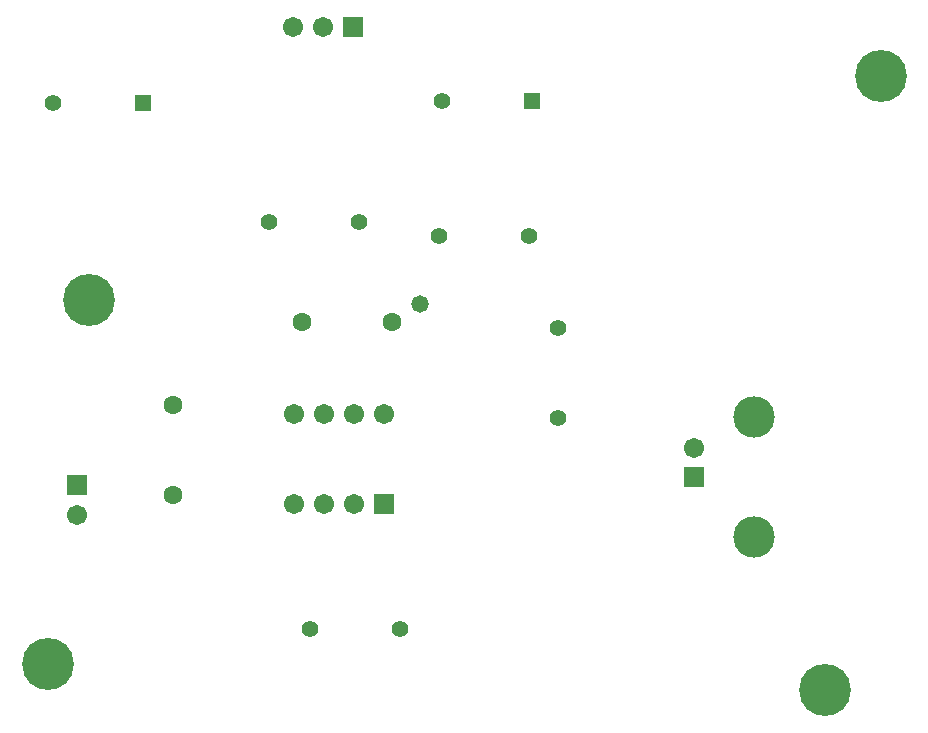
<source format=gbs>
G04*
G04 #@! TF.GenerationSoftware,Altium Limited,Altium Designer,20.0.9 (164)*
G04*
G04 Layer_Color=16711935*
%FSLAX25Y25*%
%MOIN*%
G70*
G01*
G75*
%ADD17C,0.05524*%
%ADD18R,0.05524X0.05524*%
%ADD19C,0.06706*%
%ADD20R,0.06706X0.06706*%
%ADD21R,0.06706X0.06706*%
%ADD22C,0.17300*%
%ADD23C,0.06312*%
%ADD24C,0.13792*%
%ADD25C,0.05800*%
D17*
X154750Y211250D02*
D03*
X25000Y210500D02*
D03*
X97250Y170750D02*
D03*
X127250D02*
D03*
X183750Y166250D02*
D03*
X153750D02*
D03*
X193500Y135500D02*
D03*
Y105500D02*
D03*
X140750Y35250D02*
D03*
X110750D02*
D03*
D18*
X184750Y211250D02*
D03*
X55000Y210500D02*
D03*
D19*
X105250Y235750D02*
D03*
X115250D02*
D03*
X105500Y107000D02*
D03*
X115500D02*
D03*
X125500D02*
D03*
X135500D02*
D03*
X105500Y77000D02*
D03*
X115500D02*
D03*
X125500D02*
D03*
X33250Y73250D02*
D03*
X238671Y95671D02*
D03*
D20*
X125250Y235750D02*
D03*
X238671Y85829D02*
D03*
D21*
X135500Y77000D02*
D03*
X33250Y83250D02*
D03*
D22*
X37000Y145000D02*
D03*
X301000Y219500D02*
D03*
X23500Y23500D02*
D03*
X282500Y15000D02*
D03*
D23*
X108000Y137500D02*
D03*
X138000D02*
D03*
X65250Y79750D02*
D03*
Y109750D02*
D03*
D24*
X258750Y65750D02*
D03*
Y105907D02*
D03*
D25*
X147500Y143500D02*
D03*
M02*

</source>
